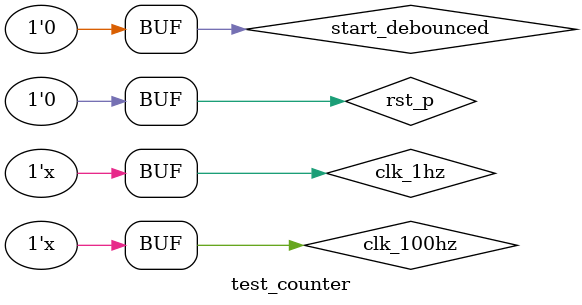
<source format=v>
`timescale 1ns / 1ps


module test_counter();
    reg start_debounced;
    reg rst_p;
    reg clk_1hz;
    reg clk_100hz;
    wire [3:0]digit0;
    wire [3:0]digit1;
    wire [15:0]led;

    top T0 (.start_debounced(start_debounced),.rst_p(rst_p),.clk_1hz(clk_1hz),.clk_100hz(clk_100hz),.digit0(digit0),.digit1(digit1),.led(led));
    initial begin
        clk_1hz = 1;
        clk_100hz = 1;
        start_debounced = 0;
        rst_p = 0;
        #95 rst_p = 1;
             start_debounced = 0;
        #95 rst_p = 0;
        #95 start_debounced = 1;
        #95 start_debounced = 0;
    end
    always begin
        #1 clk_100hz = ~clk_100hz;
    end
    always begin
        #100 clk_1hz = ~clk_1hz;
    end
endmodule

</source>
